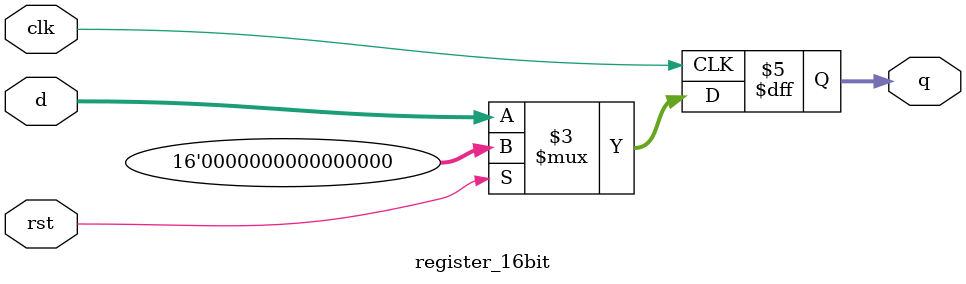
<source format=v>
module register_16bit (
    input  wire        clk,
    input  wire        rst,
    input  wire [15:0] d,
    output reg  [15:0] q
);
    always @(posedge clk) begin
        if (rst)
            q <= 16'b0000_0000_0000_0000;
        else
            q <= d;
    end
endmodule
</source>
